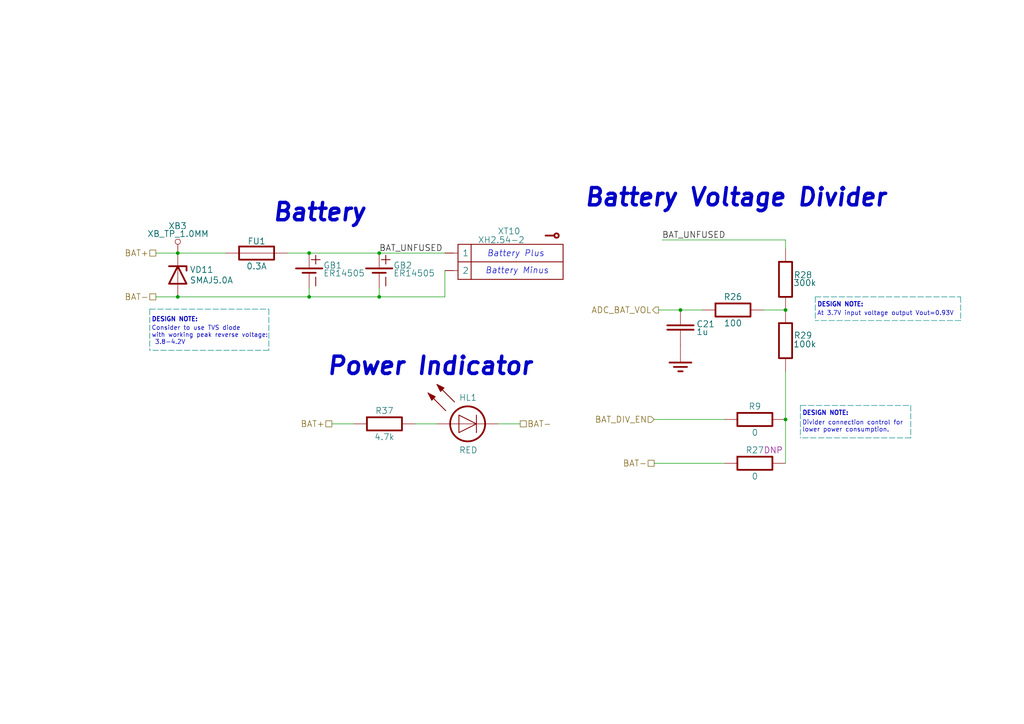
<source format=kicad_sch>
(kicad_sch (version 20211123) (generator eeschema)
  (paper "A4")
  (lib_symbols
    (symbol "Capacitors:C_CAP" (pin_names (offset 0))
      (property "Reference" "C" (at 0 6.35 0))
      (property "Value" "C_CAP" (at 0 -6.35 0))
      (symbol "C_CAP_0_1"
        (polyline (pts (xy -5.08 0) (xy -0.635 0)))
        (polyline (pts (xy -0.635 3.81) (xy -0.635 -3.81)) (stroke (width 0.508)))
        (polyline (pts (xy 0.635 0) (xy 5.08 0)))
        (polyline (pts (xy 0.635 3.81) (xy 0.635 -3.81)) (stroke (width 0.508)))
      )
      (symbol "C_CAP_1_1"
        (pin passive line (at -5.08 0 0) (length 2.54) hide (name "~") (number "1"))
        (pin passive line (at 5.08 0 180) (length 2.54) hide (name "~") (number "2"))
      )
    )
    (symbol "Connectors:XB_TP_1.0MM" (pin_numbers hide) (pin_names hide) (in_bom no)
      (property "Reference" "XB" (at 2.794 4.572 0))
      (property "Value" "XB_TP_1.0MM" (at 9.906 2.286 0))
      (symbol "XB_TP_1.0MM_0_1"
        (circle (center 0 3.302) (radius 0.762))
      )
      (symbol "XB_TP_1.0MM_1_1"
        (pin passive line (at 0 0 90) (length 2.54) (name "1") (number "1"))
      )
    )
    (symbol "Connectors:XT_CONTACT_ARR2" (pin_numbers hide) (pin_names (offset 2.54))
      (property "Reference" "XT" (at -12.7 7.62 0))
      (property "Value" "XT_CONTACT_ARR2" (at -12.7 -7.62 0))
      (symbol "XT_CONTACT_ARR2_0_1"
        (polyline (pts (xy -17.78 -2.54) (xy -13.97 -2.54)))
        (polyline (pts (xy -17.78 2.54) (xy -13.97 2.54)))
        (polyline (pts (xy -13.97 -5.08) (xy 16.51 -5.08)) (stroke (width 0.254)))
        (polyline (pts (xy -13.97 0) (xy 16.51 0)) (stroke (width 0.254)))
        (polyline (pts (xy -13.97 5.08) (xy -13.97 -5.08)) (stroke (width 0.254)))
        (polyline (pts (xy -13.97 5.08) (xy 16.51 5.08)) (stroke (width 0.254)))
        (polyline (pts (xy -10.16 5.08) (xy -10.16 -5.08)) (stroke (width 0.254)))
        (polyline (pts (xy 13.97 7.62) (xy 11.43 7.62)) (stroke (width 0.508)))
        (polyline (pts (xy 16.51 5.08) (xy 16.51 -5.08)) (stroke (width 0.254)))
        (circle (center 14.605 7.62) (radius 0.635) (stroke (width 0.508)))
      )
      (symbol "XT_CONTACT_ARR2_1_1"
        (pin passive line (at -17.78 2.54 0) (length 2.54) (name "1") (number "1"))
        (pin passive line (at -17.78 -2.54 0) (length 2.54) (name "2") (number "2"))
      )
    )
    (symbol "Diodes:D_ZENER_SPICE" (pin_names (offset 0))
      (property "Reference" "VD" (at 0 5.08 0))
      (property "Value" "D_ZENER_SPICE" (at 0 -5.08 0))
      (symbol "D_ZENER_SPICE_0_1"
        (polyline (pts (xy 6.35 0) (xy -6.35 0)))
        (polyline (pts (xy 2.54 2.54) (xy 2.54 0) (xy -2.54 2.54) (xy -2.54 -2.54) (xy 2.54 0) (xy 2.54 -2.54) (xy 1.27 -2.54)) (stroke (width 0.508)))
      )
      (symbol "D_ZENER_SPICE_1_1"
        (pin passive line (at 6.35 0 180) (length 2.54) hide (name "C") (number "1"))
        (pin passive line (at -6.35 0 0) (length 2.54) hide (name "A") (number "2"))
      )
    )
    (symbol "Diodes:HL_LED" (pin_names (offset 0))
      (property "Reference" "HL" (at 0 7.62 0))
      (property "Value" "HL_LED" (at 0 -7.62 0))
      (symbol "HL_LED_0_1"
        (polyline (pts (xy -6.35 3.81) (xy -11.43 8.89)) (stroke (width 0.254)))
        (polyline (pts (xy -3.81 6.35) (xy -8.89 11.43)) (stroke (width 0.254)))
        (polyline (pts (xy 8.89 0) (xy -8.89 0)))
        (polyline (pts (xy -11.43 8.89) (xy -9.398 7.874) (xy -10.414 6.858) (xy -11.43 8.89)) (stroke (width 0.254)) (fill (type outline)))
        (polyline (pts (xy -8.89 11.43) (xy -6.858 10.414) (xy -7.874 9.398) (xy -8.89 11.43)) (stroke (width 0.254)) (fill (type outline)))
        (polyline (pts (xy 2.54 2.54) (xy 2.54 0) (xy -2.54 2.54) (xy -2.54 -2.54) (xy 2.54 0) (xy 2.54 -2.54)) (stroke (width 0.254)))
        (circle (center 0 0) (radius 5.08) (stroke (width 0.508)))
      )
      (symbol "HL_LED_1_1"
        (pin passive line (at -8.89 0 0) (length 2.54) hide (name "A") (number "1"))
        (pin passive line (at 8.89 0 180) (length 2.54) hide (name "C") (number "2"))
      )
    )
    (symbol "Fuses:FU_FUSE" (pin_names (offset 0))
      (property "Reference" "FU" (at 0 3.81 0))
      (property "Value" "FU_FUSE" (at 0 -3.81 0))
      (symbol "FU_FUSE_0_0"
        (polyline (pts (xy -8.89 0) (xy 8.89 0)))
      )
      (symbol "FU_FUSE_0_1"
        (rectangle (start -5.08 1.905) (end 5.08 -1.905) (stroke (width 0.508)))
      )
      (symbol "FU_FUSE_1_1"
        (pin passive line (at -8.89 0 0) (length 2.54) hide (name "~") (number "1"))
        (pin passive line (at 8.89 0 180) (length 2.54) hide (name "~") (number "2"))
      )
    )
    (symbol "Power:GB_BATTERY" (pin_names (offset 0))
      (property "Reference" "GB" (at 0 6.35 0))
      (property "Value" "GB_BATTERY" (at 0 -6.35 0))
      (symbol "GB_BATTERY_0_1"
        (polyline (pts (xy -3.175 3.175) (xy -3.175 0.635)) (stroke (width 0.254)))
        (polyline (pts (xy -1.905 1.905) (xy -4.445 1.905)) (stroke (width 0.254)))
        (polyline (pts (xy -0.635 -3.81) (xy -0.635 3.81)) (stroke (width 0.508)))
        (polyline (pts (xy -0.635 0) (xy -5.08 0)))
        (polyline (pts (xy 0.635 1.905) (xy 0.635 -1.905)) (stroke (width 0.508)))
        (polyline (pts (xy 4.445 1.905) (xy 1.905 1.905)) (stroke (width 0.254)))
        (polyline (pts (xy 5.08 0) (xy 0.635 0)))
      )
      (symbol "GB_BATTERY_1_1"
        (pin power_out line (at -5.08 0 0) (length 2.54) hide (name "+") (number "1"))
        (pin power_out line (at 5.08 0 180) (length 2.54) hide (name "-") (number "2"))
      )
    )
    (symbol "Power:GROUND" (power) (pin_numbers hide) (pin_names (offset 0))
      (symbol "GROUND_0_1"
        (polyline (pts (xy -3.175 0) (xy 3.175 0)) (stroke (width 0.508)))
        (polyline (pts (xy -1.905 -1.27) (xy 1.905 -1.27)) (stroke (width 0.508)))
        (polyline (pts (xy -0.635 -2.54) (xy 0.635 -2.54)) (stroke (width 0.508)))
        (polyline (pts (xy 0 5.08) (xy 0 0)))
      )
      (symbol "GROUND_1_1"
        (pin power_in line (at 0 5.08 270) (length 5.08) hide (name "GND") (number "1"))
      )
    )
    (symbol "Resistors:R_RES" (pin_names (offset 0))
      (property "Reference" "R" (at 0 3.81 0))
      (property "Value" "R_RES" (at 0 -3.81 0))
      (property "Case/Package" "0000" (at 0 -6.35 0))
      (property "Power" "mW" (at 0 -7.874 0))
      (property "Tolerance" "±%" (at 0 -9.652 0))
      (symbol "R_RES_0_1"
        (rectangle (start -5.08 1.905) (end 5.08 -1.905) (stroke (width 0.508)))
        (polyline (pts (xy -8.89 0) (xy -5.08 0)))
        (polyline (pts (xy 5.08 0) (xy 8.89 0)))
      )
      (symbol "R_RES_1_1"
        (pin passive line (at -8.89 0 0) (length 2.54) hide (name "~") (number "1"))
        (pin passive line (at 8.89 0 180) (length 2.54) hide (name "~") (number "2"))
      )
    )
  )
  (junction (at 89.662 86.106))
  (junction (at 89.662 73.406))
  (junction (at 51.562 73.406))
  (junction (at 109.982 73.406))
  (junction (at 51.562 86.106))
  (junction (at 197.358 89.916))
  (junction (at 109.982 86.106))
  (junction (at 227.838 89.916))
  (junction (at 227.838 121.666))
  (wire (pts (xy 129.032 78.486) (xy 129.032 86.106)))
  (wire (pts (xy 51.562 73.406) (xy 65.532 73.406)))
  (wire (pts (xy 120.396 122.936) (xy 126.746 122.936)))
  (polyline (pts (xy 236.474 86.106) (xy 278.638 86.106)) (stroke (width 0) (color 0 132 132 1)))
  (polyline (pts (xy 43.434 89.662) (xy 77.978 89.662)) (stroke (width 0) (color 0 132 132 1)))
  (polyline (pts (xy 43.434 89.662) (xy 43.434 101.6)) (stroke (width 0) (color 0 132 132 1)))
  (wire (pts (xy 89.662 86.106) (xy 109.982 86.106)))
  (polyline (pts (xy 278.638 92.964) (xy 236.474 92.964)) (stroke (width 0) (color 0 132 132 1)))
  (wire (pts (xy 227.838 107.696) (xy 227.838 121.666)))
  (wire (pts (xy 45.212 86.106) (xy 51.562 86.106)))
  (polyline (pts (xy 77.978 89.662) (xy 77.978 101.6)) (stroke (width 0) (color 0 132 132 1)))
  (wire (pts (xy 89.662 73.406) (xy 109.982 73.406)))
  (wire (pts (xy 227.838 69.596) (xy 192.024 69.596)))
  (wire (pts (xy 191.008 89.916) (xy 197.358 89.916)))
  (wire (pts (xy 221.488 89.916) (xy 227.838 89.916)))
  (wire (pts (xy 45.212 73.406) (xy 51.562 73.406)))
  (polyline (pts (xy 264.16 127) (xy 232.156 127)) (stroke (width 0) (color 0 132 132 1)))
  (wire (pts (xy 83.312 73.406) (xy 89.662 73.406)))
  (wire (pts (xy 203.708 89.916) (xy 197.358 89.916)))
  (polyline (pts (xy 77.978 101.6) (xy 43.434 101.6)) (stroke (width 0) (color 0 132 132 1)))
  (wire (pts (xy 51.562 86.106) (xy 89.662 86.106)))
  (polyline (pts (xy 232.156 117.602) (xy 264.16 117.602)) (stroke (width 0) (color 0 132 132 1)))
  (wire (pts (xy 189.738 134.366) (xy 210.058 134.366)))
  (polyline (pts (xy 264.16 117.602) (xy 264.16 127)) (stroke (width 0) (color 0 132 132 1)))
  (wire (pts (xy 109.982 86.106) (xy 109.982 83.566)))
  (wire (pts (xy 109.982 73.406) (xy 129.032 73.406)))
  (wire (pts (xy 189.738 121.666) (xy 210.058 121.666)))
  (wire (pts (xy 227.838 72.136) (xy 227.838 69.596)))
  (wire (pts (xy 150.876 122.936) (xy 144.526 122.936)))
  (polyline (pts (xy 236.474 86.106) (xy 236.474 92.964)) (stroke (width 0) (color 0 132 132 1)))
  (wire (pts (xy 227.838 121.666) (xy 227.838 134.366)))
  (polyline (pts (xy 232.156 117.602) (xy 232.156 127)) (stroke (width 0) (color 0 132 132 1)))
  (polyline (pts (xy 278.638 86.106) (xy 278.638 92.964)) (stroke (width 0) (color 0 132 132 1)))
  (wire (pts (xy 96.266 122.936) (xy 102.616 122.936)))
  (wire (pts (xy 89.662 86.106) (xy 89.662 83.566)))
  (wire (pts (xy 109.982 86.106) (xy 129.032 86.106)))
  (text "Divider connection control for\nlower power consumption." (at 232.664 125.476 0) (effects (font (size 1.27 1.27)) (justify left bottom)))
  (text "Consider to use TVS diode\nwith working peak reverse voltage:\n 3.8-4.2V" (at 43.942 100.076 0) (effects (font (size 1.27 1.27)) (justify left bottom)))
  (text "DESIGN NOTE:" (at 43.942 93.472 0) (effects (font (size 1.27 1.27) (thickness 0.254) bold) (justify left bottom)))
  (text "DESIGN NOTE:" (at 232.664 120.65 0) (effects (font (size 1.27 1.27) (thickness 0.254) bold) (justify left bottom)))
  (text "Battery Plus" (at 141.224 74.676 0) (effects (font (size 1.778 1.778) italic) (justify left bottom)))
  (text "Battery Minus" (at 140.716 79.629 0) (effects (font (size 1.778 1.778) italic) (justify left bottom)))
  (text "Battery" (at 78.74 64.643 0) (effects (font (size 5.0038 5.0038) (thickness 1.0008) bold italic) (justify left bottom)))
  (text "Battery Voltage Divider" (at 169.164 60.325 0) (effects (font (size 5 5) (thickness 1.0008) bold italic) (justify left bottom)))
  (text "DESIGN NOTE:" (at 236.982 89.154 0) (effects (font (size 1.27 1.27) (thickness 0.254) bold) (justify left bottom)))
  (text "At 3.7V input voltage output Vout=0.93V" (at 236.982 91.694 0) (effects (font (size 1.27 1.27)) (justify left bottom)))
  (text "Power Indicator" (at 94.488 109.22 0) (effects (font (size 5.0038 5.0038) (thickness 1.0008) bold italic) (justify left bottom)))
  (label "BAT_UNFUSED" (at 109.982 73.406 0) (effects (font (size 1.778 1.778))))
  (label "BAT_UNFUSED" (at 192.024 69.596 0) (effects (font (size 1.778 1.778))))
  (hierarchical_label "BAT_DIV_EN" (shape input) (at 189.738 121.666 180) (effects (font (size 1.778 1.778))))
  (hierarchical_label "ADC_BAT_VOL" (shape output) (at 191.008 89.916 180) (effects (font (size 1.778 1.778))))
  (hierarchical_label "BAT+" (shape passive) (at 45.212 73.406 180) (effects (font (size 1.778 1.778))))
  (hierarchical_label "BAT+" (shape passive) (at 96.266 122.936 180) (effects (font (size 1.778 1.778))))
  (hierarchical_label "BAT-" (shape passive) (at 189.738 134.366 180) (effects (font (size 1.778 1.778))))
  (hierarchical_label "BAT-" (shape passive) (at 45.212 86.106 180) (effects (font (size 1.778 1.778))))
  (hierarchical_label "BAT-" (shape passive) (at 150.876 122.936 0) (effects (font (size 1.778 1.778))))
  (symbol (lib_id "Resistors:R_RES") (at 227.838 98.806 270) (unit 1)
    (property "Reference" "R29" (at 232.918 97.282 90) (effects (font (size 1.778 1.778))))
    (property "Value" "100k" (at 233.426 99.822 90) (effects (font (size 1.778 1.778))))
    (property "Footprint" "Resistor_SMD:R_0603_1608Metric" (effects hide))
    (property "Case/Package" "0000" (effects hide))
    (property "Power" "mW" (effects hide))
    (property "Tolerance" "±%" (effects hide))
  )
  (symbol (lib_id "Resistors:R_RES") (at 111.506 122.936 0) (unit 1)
    (property "Reference" "R37" (at 111.506 119.126 0) (effects (font (size 1.778 1.778))))
    (property "Value" "4.7k" (at 111.506 126.746 0) (effects (font (size 1.778 1.778))))
    (property "Footprint" "Resistor_SMD:R_0603_1608Metric" (effects hide))
    (property "Case/Package" "0000" (effects hide))
    (property "Power" "mW" (effects hide))
    (property "Tolerance" "±%" (effects hide))
  )
  (symbol (lib_id "Resistors:R_RES") (at 212.598 89.916 0) (unit 1)
    (property "Reference" "R26" (at 212.598 86.106 0) (effects (font (size 1.778 1.778))))
    (property "Value" "100" (at 212.598 93.726 0) (effects (font (size 1.778 1.778))))
    (property "Footprint" "Resistor_SMD:R_0603_1608Metric" (effects hide))
    (property "Case/Package" "0000" (effects hide))
    (property "Power" "mW" (effects hide))
    (property "Tolerance" "±%" (effects hide))
  )
  (symbol (lib_id "Resistors:R_RES") (at 218.948 134.366 0) (unit 1)
    (property "Reference" "R27" (at 218.948 130.556 0) (effects (font (size 1.778 1.778))))
    (property "Value" "0" (at 218.948 138.176 0) (effects (font (size 1.778 1.778))))
    (property "Footprint" "Resistor_SMD:R_0603_1608Metric" (effects hide))
    (property "Assembly" "DNP" (at 224.282 130.556 0) (effects (font (size 1.778 1.778))))
    (property "Case/Package" "0000" (effects hide))
    (property "Power" "mW" (effects hide))
    (property "Tolerance" "±%" (effects hide))
  )
  (symbol (lib_id "Diodes:HL_LED") (at 135.636 122.936 0) (unit 1)
    (property "Reference" "HL1" (at 133.096 115.316 0) (effects (font (size 1.778 1.778)) (justify left)))
    (property "Value" "RED" (at 133.096 130.556 0) (effects (font (size 1.778 1.778)) (justify left)))
    (property "Footprint" "LED_SMD:LED_0603_1608Metric" (effects hide))
  )
  (symbol (lib_id "Diodes:D_ZENER_SPICE") (at 51.562 79.756 90) (unit 1)
    (property "Reference" "VD11" (at 54.991 78.2066 90) (effects (font (size 1.778 1.778)) (justify right)))
    (property "Value" "SMAJ5.0A" (at 54.991 81.28 90) (effects (font (size 1.778 1.778)) (justify right)))
    (property "Footprint" "Diode_SMD:D_SMA" (effects hide))
  )
  (symbol (lib_id "Fuses:FU_FUSE") (at 74.422 73.406 0) (unit 1)
    (property "Reference" "FU1" (at 74.4221 69.977 0) (effects (font (size 1.778 1.778))))
    (property "Value" "0.3A" (at 74.4221 77.216 0) (effects (font (size 1.778 1.778))))
    (property "Footprint" "Fuse:Fuse_0805_2012Metric" (effects hide))
  )
  (symbol (lib_id "Connectors:XB_TP_1.0MM") (at 51.562 73.406 0) (unit 1) (in_bom no)
    (property "Reference" "XB3" (at 48.768 65.532 0) (effects (font (size 1.778 1.778)) (justify left)))
    (property "Value" "XB_TP_1.0MM" (at 42.672 67.818 0) (effects (font (size 1.778 1.778)) (justify left)))
    (property "Footprint" "TestPoint:TestPoint_Pad_D1.0mm" (effects hide))
  )
  (symbol (lib_id "Capacitors:C_CAP") (at 197.358 94.996 270) (unit 1)
    (property "Reference" "C21" (at 201.93 93.98 90) (effects (font (size 1.778 1.778)) (justify left)))
    (property "Value" "1u" (at 201.93 96.266 90) (effects (font (size 1.778 1.778)) (justify left)))
    (property "Footprint" "Capacitor_SMD:C_0603_1608Metric" (effects hide))
  )
  (symbol (lib_id "Power:GB_BATTERY") (at 109.982 78.486 270) (unit 1) (on_board no)
    (property "Reference" "GB2" (at 114.046 76.962 90) (effects (font (size 1.778 1.778)) (justify left)))
    (property "Value" "ER14505" (at 114.0461 79.248 90) (effects (font (size 1.778 1.778)) (justify left)))
  )
  (symbol (lib_id "Resistors:R_RES") (at 227.838 81.026 270) (unit 1)
    (property "Reference" "R28" (at 232.918 79.756 90) (effects (font (size 1.778 1.778))))
    (property "Value" "300k" (at 233.426 82.042 90) (effects (font (size 1.778 1.778))))
    (property "Footprint" "Resistor_SMD:R_0603_1608Metric" (effects hide))
    (property "Case/Package" "0000" (effects hide))
    (property "Power" "mW" (effects hide))
    (property "Tolerance" "±%" (effects hide))
  )
  (symbol (lib_id "Power:GROUND") (at 197.358 105.156 0) (unit 1)
    (property "Reference" "#PWR038" (effects hide))
    (property "Value" "GROUND" (effects hide))
  )
  (symbol (lib_id "Resistors:R_RES") (at 218.948 121.666 0) (unit 1)
    (property "Reference" "R9" (at 218.948 117.856 0) (effects (font (size 1.778 1.778))))
    (property "Value" "0" (at 218.948 125.476 0) (effects (font (size 1.778 1.778))))
    (property "Footprint" "Resistor_SMD:R_0603_1608Metric" (effects hide))
    (property "Case/Package" "0000" (effects hide))
    (property "Power" "mW" (effects hide))
    (property "Tolerance" "±%" (effects hide))
  )
  (symbol (lib_id "Power:GB_BATTERY") (at 89.662 78.486 270) (unit 1) (on_board no)
    (property "Reference" "GB1" (at 93.7261 76.962 90) (effects (font (size 1.778 1.778)) (justify left)))
    (property "Value" "ER14505" (at 93.7261 79.248 90) (effects (font (size 1.778 1.778)) (justify left)))
  )
  (symbol (lib_id "Connectors:XT_CONTACT_ARR2") (at 146.812 75.946 0) (unit 1)
    (property "Reference" "XT10" (at 144.272 67.056 0) (effects (font (size 1.778 1.778)) (justify left)))
    (property "Value" "XH2.54-2" (at 138.557 69.596 0) (effects (font (size 1.778 1.778)) (justify left)))
    (property "Footprint" "Connector_JST:JST_PH_B2B-PH-K_1x02_P2.00mm_Vertical" (effects hide))
  )
)
</source>
